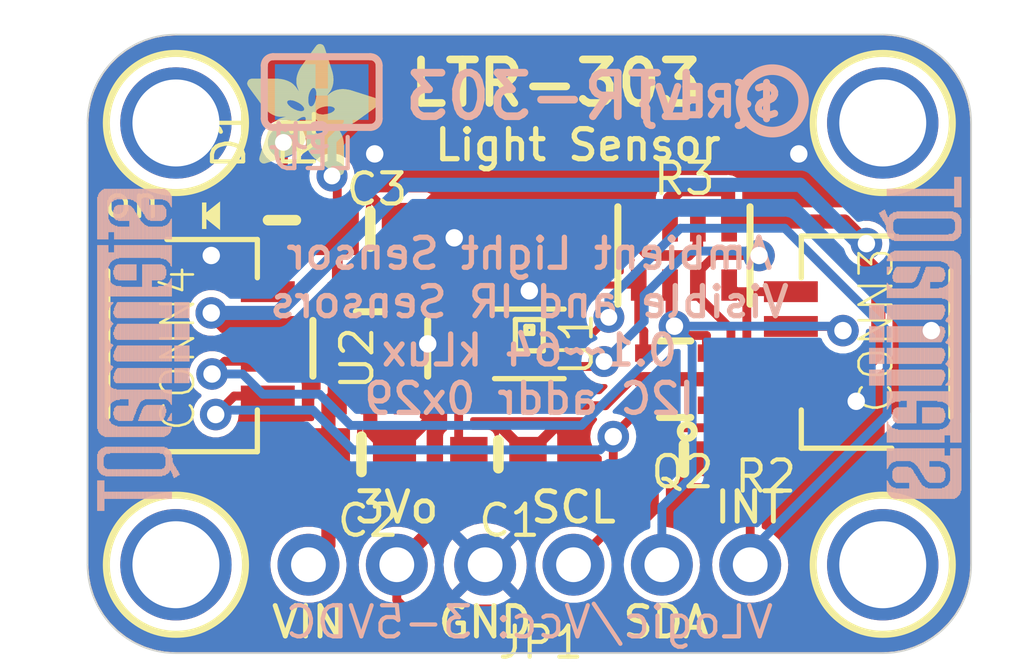
<source format=kicad_pcb>
(kicad_pcb (version 20221018) (generator pcbnew)
  (layers (0 "F.Cu" signal) (31 "B.Cu" signal) (34 "B.Paste" user) (35 "F.Paste" user) (36 "B.SilkS" user "B.Silkscreen") (37 "F.SilkS" user "F.Silkscreen") (38 "B.Mask" user) (39 "F.Mask" user) (44 "Edge.Cuts" user))
  (net 0 "")
  (net 1 "GND")
  (net 2 "SDA")
  (net 3 "SCL")
  (net 4 "SCL_3V")
  (net 5 "SDA_3V")
  (net 6 "3.3V")
  (net 7 "INT")
  (net 8 "VCC")
  (net 9 "N$1")
  (net 10 "N$2")
  (footprint "working:FIDUCIAL_1MM" (layer "F.Cu") (at 141.0081 109.0676)
    (fp_text reference "FID3" hide)
    (fp_text value "FIDUCIAL_1MM" hide)
    (pad "1" smd roundrect (at 0 0) (size 1 1) (layers "F.Cu" "F.Mask") (roundrect_rratio 0.5))
  )
  (footprint "working:0603-NO" (layer "F.Cu") (at 147.6121 108.1786)
    (fp_text reference "C1" (at -0.635 1.905) (layer "F.SilkS") (effects (font (size 0.896031 0.896031) (thickness 0.119969)) (justify left)))
    (fp_text value "0.1uF")
    (pad "1" smd rect (at -0.85 0) (size 1.075 1) (layers "F.Cu" "F.Paste" "F.Mask") (net 6 "3.3V"))
    (pad "2" smd rect (at 0.85 0) (size 1.075 1) (layers "F.Cu" "F.Paste" "F.Mask") (net 1 "GND"))
  )
  (footprint "working:FIDUCIAL_1MM" (layer "F.Cu") (at 155.3591 97.3836)
    (fp_text reference "FID4" hide)
    (fp_text value "FIDUCIAL_1MM" hide)
    (pad "1" smd roundrect (at 0 0) (size 1 1) (layers "F.Cu" "F.Mask") (roundrect_rratio 0.5))
  )
  (footprint "working:LTR390" (layer "F.Cu") (at 148.5011 105.0036 -90)
    (fp_text reference "U1" (at -0.973 -1.356 90) (layer "F.SilkS") (effects (font (size 0.90871 0.90871) (thickness 0.10729)) (justify right)))
    (fp_text value "LTR_303")
    (pad "1" smd rect (at -0.65 0.9 90) (size 0.3 0.65) (layers "F.Cu" "F.Paste" "F.Mask") (net 6 "3.3V"))
    (pad "2" smd rect (at 0 0.9 90) (size 0.3 0.65) (layers "F.Cu" "F.Paste" "F.Mask"))
    (pad "3" smd rect (at 0.65 0.9 90) (size 0.3 0.65) (layers "F.Cu" "F.Paste" "F.Mask") (net 1 "GND"))
    (pad "4" smd rect (at 0.65 -0.9 90) (size 0.3 0.65) (layers "F.Cu" "F.Paste" "F.Mask") (net 4 "SCL_3V"))
    (pad "5" smd rect (at 0 -0.9 90) (size 0.3 0.65) (layers "F.Cu" "F.Paste" "F.Mask") (net 7 "INT"))
    (pad "6" smd rect (at -0.65 -0.9 90) (size 0.3 0.65) (layers "F.Cu" "F.Paste" "F.Mask") (net 5 "SDA_3V"))
  )
  (footprint "working:0805-NO" (layer "F.Cu") (at 143.6751 108.1786)
    (fp_text reference "C2" (at -0.762 1.905) (layer "F.SilkS") (effects (font (size 0.896031 0.896031) (thickness 0.119969)) (justify left)))
    (fp_text value "10uF")
    (pad "1" smd rect (at -0.95 0) (size 1.24 1.5) (layers "F.Cu" "F.Paste" "F.Mask") (net 8 "VCC"))
    (pad "2" smd rect (at 0.95 0) (size 1.24 1.5) (layers "F.Cu" "F.Paste" "F.Mask") (net 1 "GND"))
  )
  (footprint "working:ADAFRUIT_3.5MM" (layer "F.Cu") (at 140.3731 100.1776)
    (fp_text reference "U$22" hide)
    (fp_text value "" hide)
  )
  (footprint "working:CHIPLED_0603_NOOUTLINE" (layer "F.Cu") (at 139.3571 101.3206)
    (fp_text reference "D1" (at 0.508 -1.27 90) (layer "F.SilkS") (effects (font (size 0.896031 0.896031) (thickness 0.119969)) (justify left)))
    (fp_text value "GREEN")
    (pad "A" smd rect (at 0.75 0 90) (size 0.8 0.8) (layers "F.Cu" "F.Paste" "F.Mask") (net 9 "N$1"))
    (pad "C" smd rect (at -0.75 0 90) (size 0.8 0.8) (layers "F.Cu" "F.Paste" "F.Mask") (net 1 "GND"))
  )
  (footprint "working:0603-NO" (layer "F.Cu") (at 152.9461 108.3056)
    (fp_text reference "R2" (at 1.397 0.508) (layer "F.SilkS") (effects (font (size 0.896031 0.896031) (thickness 0.119969)) (justify left)))
    (fp_text value "10K")
    (pad "1" smd rect (at -0.85 0) (size 1.075 1) (layers "F.Cu" "F.Paste" "F.Mask") (net 6 "3.3V"))
    (pad "2" smd rect (at 0.85 0) (size 1.075 1) (layers "F.Cu" "F.Paste" "F.Mask") (net 7 "INT"))
  )
  (footprint "working:JST_SH4" (layer "F.Cu") (at 138.9761 105.0036 -90)
    (fp_text reference "CONN4" (at -2.314 0.577 90) (layer "F.SilkS") (effects (font (size 0.941222 0.941222) (thickness 0.074778)) (justify right)))
    (fp_text value "STEMMA_I2C_QT" hide)
    (pad "1" smd rect (at -1.5 -2.006) (size 1.55 0.6) (layers "F.Cu" "F.Paste" "F.Mask") (net 1 "GND"))
    (pad "2" smd rect (at -0.5 -2.006) (size 1.55 0.6) (layers "F.Cu" "F.Paste" "F.Mask") (net 8 "VCC"))
    (pad "3" smd rect (at 0.5 -2.006) (size 1.55 0.6) (layers "F.Cu" "F.Paste" "F.Mask") (net 2 "SDA"))
    (pad "4" smd rect (at 1.5 -2.006) (size 1.55 0.6) (layers "F.Cu" "F.Paste" "F.Mask") (net 3 "SCL"))
    (pad "MT1" smd rect (at -2.8 1.894) (size 1.8 1.2) (layers "F.Cu" "F.Paste" "F.Mask") (net 1 "GND"))
    (pad "MT2" smd rect (at 2.8 1.894) (size 1.8 1.2) (layers "F.Cu" "F.Paste" "F.Mask") (net 1 "GND"))
  )
  (footprint "working:0805-NO" (layer "F.Cu") (at 143.9291 101.7016)
    (fp_text reference "C3" (at -0.762 -1.143) (layer "F.SilkS") (effects (font (size 0.896031 0.896031) (thickness 0.119969)) (justify left)))
    (fp_text value "10uF")
    (pad "1" smd rect (at -0.95 0) (size 1.24 1.5) (layers "F.Cu" "F.Paste" "F.Mask") (net 6 "3.3V"))
    (pad "2" smd rect (at 0.95 0) (size 1.24 1.5) (layers "F.Cu" "F.Paste" "F.Mask") (net 1 "GND"))
  )
  (footprint "working:SOT363" (layer "F.Cu") (at 152.6921 106.0196)
    (fp_text reference "Q2" (at -0.762 2.667) (layer "F.SilkS") (effects (font (size 0.896031 0.896031) (thickness 0.119969)) (justify left)))
    (fp_text value "BSS138")
    (pad "1" smd rect (at 0.9 0.75 90) (size 0.5 0.5) (layers "F.Cu" "F.Paste" "F.Mask") (net 4 "SCL_3V"))
    (pad "2" smd rect (at 0.9 0 90) (size 0.4 0.5) (layers "F.Cu" "F.Paste" "F.Mask") (net 6 "3.3V"))
    (pad "3" smd rect (at 0.9 -0.75 90) (size 0.5 0.5) (layers "F.Cu" "F.Paste" "F.Mask") (net 2 "SDA"))
    (pad "4" smd rect (at -0.9 -0.75 90) (size 0.5 0.5) (layers "F.Cu" "F.Paste" "F.Mask") (net 5 "SDA_3V"))
    (pad "5" smd rect (at -0.9 0 90) (size 0.4 0.5) (layers "F.Cu" "F.Paste" "F.Mask") (net 6 "3.3V"))
    (pad "6" smd rect (at -0.9 0.75 90) (size 0.5 0.5) (layers "F.Cu" "F.Paste" "F.Mask") (net 3 "SCL"))
  )
  (footprint "working:RESPACK_4X0603" (layer "F.Cu") (at 152.9461 102.4636 180)
    (fp_text reference "R3" (at -0.965 2.21) (layer "F.SilkS") (effects (font (size 0.896031 0.896031) (thickness 0.119969)) (justify right)))
    (fp_text value "10K Pack")
    (pad "1" smd rect (at -1.3 0.85 180) (size 0.45 0.9) (layers "F.Cu" "F.Paste" "F.Mask") (net 8 "VCC"))
    (pad "2" smd rect (at -0.4 0.85 180) (size 0.45 0.9) (layers "F.Cu" "F.Paste" "F.Mask") (net 6 "3.3V"))
    (pad "3" smd rect (at 0.4 0.85 180) (size 0.45 0.9) (layers "F.Cu" "F.Paste" "F.Mask") (net 8 "VCC"))
    (pad "4" smd rect (at 1.3 0.85 180) (size 0.45 0.9) (layers "F.Cu" "F.Paste" "F.Mask") (net 6 "3.3V"))
    (pad "5" smd rect (at 1.3 -0.85 180) (size 0.45 0.9) (layers "F.Cu" "F.Paste" "F.Mask") (net 5 "SDA_3V"))
    (pad "6" smd rect (at 0.4 -0.85 180) (size 0.45 0.9) (layers "F.Cu" "F.Paste" "F.Mask") (net 2 "SDA"))
    (pad "7" smd rect (at -0.4 -0.85 180) (size 0.45 0.9) (layers "F.Cu" "F.Paste" "F.Mask") (net 4 "SCL_3V"))
    (pad "8" smd rect (at -1.3 -0.85 180) (size 0.45 0.9) (layers "F.Cu" "F.Paste" "F.Mask") (net 3 "SCL"))
  )
  (footprint "working:0603-NO" (layer "F.Cu") (at 141.3891 101.4476 -90)
    (fp_text reference "R1" (at -1.397 -0.508 90) (layer "F.SilkS") (effects (font (size 0.896031 0.896031) (thickness 0.119969)) (justify left)))
    (fp_text value "10K")
    (pad "1" smd rect (at -0.85 0 270) (size 1.075 1) (layers "F.Cu" "F.Paste" "F.Mask") (net 10 "N$2"))
    (pad "2" smd rect (at 0.85 0 270) (size 1.075 1) (layers "F.Cu" "F.Paste" "F.Mask") (net 9 "N$1"))
  )
  (footprint "working:MOUNTINGHOLE_2.5_PLATED" (layer "F.Cu") (at 138.3411 98.6536)
    (fp_text reference "U$1" hide)
    (fp_text value "MOUNTINGHOLE2.5" hide)
    (pad "P$1" thru_hole circle (at 0 0) (size 3.2 3.2) (drill 2.5) (layers "*.Cu" "*.Mask"))
    (zone (net 0) (net_name "") (layer "F.Cu") (connect_pads (clearance 0)) (min_thickness 0.25)
      (keepout (tracks not_allowed) (vias not_allowed) (pads not_allowed) (copperpour not_allowed) (footprints allowed))
      (fill (thermal_gap 0.5) (thermal_bridge_width 0.5))
      (polygon (pts (xy 140.3571 98.6536) (xy 140.33748 98.373027) (xy 140.279004 98.097915) (xy 140.182808 97.833619) (xy 140.050765 97.585283) (xy 139.885446 97.35774) (xy 139.690067 97.15542) (xy 139.468433 96.98226) (xy 139.224856 96.841631) (xy 138.964078 96.73627) (xy 138.691175 96.668228) (xy 138.411457 96.638828) (xy 138.130371 96.648644) (xy 137.853385 96.697484) (xy 137.585893 96.784397) (xy 137.3331 96.907693) (xy 137.099926 97.06497) (xy 136.890911 97.253169) (xy 136.710122 97.468625) (xy 136.561078 97.707145) (xy 136.44668 97.964087) (xy 136.369154 98.23445) (xy 136.330011 98.512971) (xy 136.330011 98.794229) (xy 136.369154 99.07275) (xy 136.44668 99.343113) (xy 136.561078 99.600055) (xy 136.710122 99.838575) (xy 136.890911 100.054031) (xy 137.099926 100.24223) (xy 137.3331 100.399507) (xy 137.585893 100.522803) (xy 137.853385 100.609716) (xy 138.130371 100.658556) (xy 138.411457 100.668372) (xy 138.691175 100.638972) (xy 138.964078 100.57093) (xy 139.224856 100.465569) (xy 139.468433 100.32494) (xy 139.690067 100.15178) (xy 139.885446 99.94946) (xy 140.050765 99.721917) (xy 140.182808 99.473581) (xy 140.279004 99.209285) (xy 140.33748 98.934173)))
      (polygon (pts (xy 138.3251 98.6536) (xy 138.329786 98.664914) (xy 138.3411 98.6696) (xy 138.352414 98.664914) (xy 138.3571 98.6536) (xy 138.352414 98.642286) (xy 138.3411 98.6376) (xy 138.329786 98.642286)))
    )
    (zone (net 0) (net_name "") (layer "B.Cu") (connect_pads (clearance 0)) (min_thickness 0.25)
      (keepout (tracks not_allowed) (vias not_allowed) (pads not_allowed) (copperpour not_allowed) (footprints allowed))
      (fill (thermal_gap 0.5) (thermal_bridge_width 0.5))
      (polygon (pts (xy 140.3571 98.6536) (xy 140.33748 98.373027) (xy 140.279004 98.097915) (xy 140.182808 97.833619) (xy 140.050765 97.585283) (xy 139.885446 97.35774) (xy 139.690067 97.15542) (xy 139.468433 96.98226) (xy 139.224856 96.841631) (xy 138.964078 96.73627) (xy 138.691175 96.668228) (xy 138.411457 96.638828) (xy 138.130371 96.648644) (xy 137.853385 96.697484) (xy 137.585893 96.784397) (xy 137.3331 96.907693) (xy 137.099926 97.06497) (xy 136.890911 97.253169) (xy 136.710122 97.468625) (xy 136.561078 97.707145) (xy 136.44668 97.964087) (xy 136.369154 98.23445) (xy 136.330011 98.512971) (xy 136.330011 98.794229) (xy 136.369154 99.07275) (xy 136.44668 99.343113) (xy 136.561078 99.600055) (xy 136.710122 99.838575) (xy 136.890911 100.054031) (xy 137.099926 100.24223) (xy 137.3331 100.399507) (xy 137.585893 100.522803) (xy 137.853385 100.609716) (xy 138.130371 100.658556) (xy 138.411457 100.668372) (xy 138.691175 100.638972) (xy 138.964078 100.57093) (xy 139.224856 100.465569) (xy 139.468433 100.32494) (xy 139.690067 100.15178) (xy 139.885446 99.94946) (xy 140.050765 99.721917) (xy 140.182808 99.473581) (xy 140.279004 99.209285) (xy 140.33748 98.934173)))
      (polygon (pts (xy 138.3251 98.6536) (xy 138.329786 98.664914) (xy 138.3411 98.6696) (xy 138.352414 98.664914) (xy 138.3571 98.6536) (xy 138.352414 98.642286) (xy 138.3411 98.6376) (xy 138.329786 98.642286)))
    )
  )
  (footprint "working:MOUNTINGHOLE_2.5_PLATED" (layer "F.Cu") (at 158.6611 98.6536)
    (fp_text reference "U$17" hide)
    (fp_text value "MOUNTINGHOLE2.5" hide)
    (pad "P$1" thru_hole circle (at 0 0) (size 3.2 3.2) (drill 2.5) (layers "*.Cu" "*.Mask"))
    (zone (net 0) (net_name "") (layer "F.Cu") (connect_pads (clearance 0)) (min_thickness 0.25)
      (keepout (tracks not_allowed) (vias not_allowed) (pads not_allowed) (copperpour not_allowed) (footprints allowed))
      (fill (thermal_gap 0.5) (thermal_bridge_width 0.5))
      (polygon (pts (xy 160.6771 98.6536) (xy 160.65748 98.373027) (xy 160.599004 98.097915) (xy 160.502808 97.833619) (xy 160.370765 97.585283) (xy 160.205446 97.35774) (xy 160.010067 97.15542) (xy 159.788433 96.98226) (xy 159.544856 96.841631) (xy 159.284078 96.73627) (xy 159.011175 96.668228) (xy 158.731457 96.638828) (xy 158.450371 96.648644) (xy 158.173385 96.697484) (xy 157.905893 96.784397) (xy 157.6531 96.907693) (xy 157.419926 97.06497) (xy 157.210911 97.253169) (xy 157.030122 97.468625) (xy 156.881078 97.707145) (xy 156.76668 97.964087) (xy 156.689154 98.23445) (xy 156.650011 98.512971) (xy 156.650011 98.794229) (xy 156.689154 99.07275) (xy 156.76668 99.343113) (xy 156.881078 99.600055) (xy 157.030122 99.838575) (xy 157.210911 100.054031) (xy 157.419926 100.24223) (xy 157.6531 100.399507) (xy 157.905893 100.522803) (xy 158.173385 100.609716) (xy 158.450371 100.658556) (xy 158.731457 100.668372) (xy 159.011175 100.638972) (xy 159.284078 100.57093) (xy 159.544856 100.465569) (xy 159.788433 100.32494) (xy 160.010067 100.15178) (xy 160.205446 99.94946) (xy 160.370765 99.721917) (xy 160.502808 99.473581) (xy 160.599004 99.209285) (xy 160.65748 98.934173)))
      (polygon (pts (xy 158.6451 98.6536) (xy 158.649786 98.664914) (xy 158.6611 98.6696) (xy 158.672414 98.664914) (xy 158.6771 98.6536) (xy 158.672414 98.642286) (xy 158.6611 98.6376) (xy 158.649786 98.642286)))
    )
    (zone (net 0) (net_name "") (layer "B.Cu") (connect_pads (clearance 0)) (min_thickness 0.25)
      (keepout (tracks not_allowed) (vias not_allowed) (pads not_allowed) (copperpour not_allowed) (footprints allowed))
      (fill (thermal_gap 0.5) (thermal_bridge_width 0.5))
      (polygon (pts (xy 160.6771 98.6536) (xy 160.65748 98.373027) (xy 160.599004 98.097915) (xy 160.502808 97.833619) (xy 160.370765 97.585283) (xy 160.205446 97.35774) (xy 160.010067 97.15542) (xy 159.788433 96.98226) (xy 159.544856 96.841631) (xy 159.284078 96.73627) (xy 159.011175 96.668228) (xy 158.731457 96.638828) (xy 158.450371 96.648644) (xy 158.173385 96.697484) (xy 157.905893 96.784397) (xy 157.6531 96.907693) (xy 157.419926 97.06497) (xy 157.210911 97.253169) (xy 157.030122 97.468625) (xy 156.881078 97.707145) (xy 156.76668 97.964087) (xy 156.689154 98.23445) (xy 156.650011 98.512971) (xy 156.650011 98.794229) (xy 156.689154 99.07275) (xy 156.76668 99.343113) (xy 156.881078 99.600055) (xy 157.030122 99.838575) (xy 157.210911 100.054031) (xy 157.419926 100.24223) (xy 157.6531 100.399507) (xy 157.905893 100.522803) (xy 158.173385 100.609716) (xy 158.450371 100.658556) (xy 158.731457 100.668372) (xy 159.011175 100.638972) (xy 159.284078 100.57093) (xy 159.544856 100.465569) (xy 159.788433 100.32494) (xy 160.010067 100.15178) (xy 160.205446 99.94946) (xy 160.370765 99.721917) (xy 160.502808 99.473581) (xy 160.599004 99.209285) (xy 160.65748 98.934173)))
      (polygon (pts (xy 158.6451 98.6536) (xy 158.649786 98.664914) (xy 158.6611 98.6696) (xy 158.672414 98.664914) (xy 158.6771 98.6536) (xy 158.672414 98.642286) (xy 158.6611 98.6376) (xy 158.649786 98.642286)))
    )
  )
  (footprint "working:1X06_ROUND_70" (layer "F.Cu") (at 148.5011 111.3536)
    (fp_text reference "JP1" (at -0.9652 2.2352) (layer "F.SilkS") (effects (font (size 0.896031 0.896031) (thickness 0.119969)) (justify left)))
    (fp_text value "")
    (pad "1" thru_hole circle (at -6.35 0 90) (size 1.778 1.778) (drill 1) (layers "*.Cu" "*.Mask") (net 8 "VCC"))
    (pad "2" thru_hole circle (at -3.81 0 90) (size 1.778 1.778) (drill 1) (layers "*.Cu" "*.Mask") (net 6 "3.3V"))
    (pad "3" thru_hole circle (at -1.27 0 90) (size 1.778 1.778) (drill 1) (layers "*.Cu" "*.Mask") (net 1 "GND"))
    (pad "4" thru_hole circle (at 1.27 0 90) (size 1.778 1.778) (drill 1) (layers "*.Cu" "*.Mask") (net 3 "SCL"))
    (pad "5" thru_hole circle (at 3.81 0 90) (size 1.778 1.778) (drill 1) (layers "*.Cu" "*.Mask") (net 2 "SDA"))
    (pad "6" thru_hole circle (at 6.35 0 90) (size 1.778 1.778) (drill 1) (layers "*.Cu" "*.Mask") (net 7 "INT"))
  )
  (footprint "working:SOT23-5" (layer "F.Cu") (at 143.9291 105.1306 -90)
    (fp_text reference "U2" (at -0.689 0.381 90) (layer "F.SilkS") (effects (font (size 0.896031 0.896031) (thickness 0.119969)) (justify right)))
    (fp_text value "AP2127K-3.3")
    (pad "1" smd rect (at 1.3001 0.95) (size 0.55 1.2) (layers "F.Cu" "F.Paste" "F.Mask") (net 8 "VCC"))
    (pad "2" smd rect (at 1.3001 0) (size 0.55 1.2) (layers "F.Cu" "F.Paste" "F.Mask") (net 1 "GND"))
    (pad "3" smd rect (at 1.3001 -0.95) (size 0.55 1.2) (layers "F.Cu" "F.Paste" "F.Mask") (net 8 "VCC"))
    (pad "4" smd rect (at -1.3001 -0.95) (size 0.55 1.2) (layers "F.Cu" "F.Paste" "F.Mask"))
    (pad "5" smd rect (at -1.3001 0.95) (size 0.55 1.2) (layers "F.Cu" "F.Paste" "F.Mask") (net 6 "3.3V"))
  )
  (footprint "working:JST_SH4" (layer "F.Cu") (at 158.0261 105.0036 90)
    (fp_text reference "CONN3" (at -2.06 0.45 90) (layer "F.SilkS") (effects (font (size 0.941222 0.941222) (thickness 0.074778)) (justify left)))
    (fp_text value "STEMMA_I2C_QT" hide)
    (pad "1" smd rect (at -1.5 -2.006 180) (size 1.55 0.6) (layers "F.Cu" "F.Paste" "F.Mask") (net 1 "GND"))
    (pad "2" smd rect (at -0.5 -2.006 180) (size 1.55 0.6) (layers "F.Cu" "F.Paste" "F.Mask") (net 8 "VCC"))
    (pad "3" smd rect (at 0.5 -2.006 180) (size 1.55 0.6) (layers "F.Cu" "F.Paste" "F.Mask") (net 2 "SDA"))
    (pad "4" smd rect (at 1.5 -2.006 180) (size 1.55 0.6) (layers "F.Cu" "F.Paste" "F.Mask") (net 3 "SCL"))
    (pad "MT1" smd rect (at -2.8 1.894 180) (size 1.8 1.2) (layers "F.Cu" "F.Paste" "F.Mask") (net 1 "GND"))
    (pad "MT2" smd rect (at 2.8 1.894 180) (size 1.8 1.2) (layers "F.Cu" "F.Paste" "F.Mask") (net 1 "GND"))
  )
  (footprint "working:MOUNTINGHOLE_2.5_PLATED" (layer "F.Cu") (at 138.3411 111.3536)
    (fp_text reference "U$19" hide)
    (fp_text value "MOUNTINGHOLE2.5" hide)
    (pad "P$1" thru_hole circle (at 0 0) (size 3.2 3.2) (drill 2.5) (layers "*.Cu" "*.Mask"))
    (zone (net 0) (net_name "") (layer "F.Cu") (connect_pads (clearance 0)) (min_thickness 0.25)
      (keepout (tracks not_allowed) (vias not_allowed) (pads not_allowed) (copperpour not_allowed) (footprints allowed))
      (fill (thermal_gap 0.5) (thermal_bridge_width 0.5))
      (polygon (pts (xy 140.3571 111.3536) (xy 140.33748 111.073027) (xy 140.279004 110.797915) (xy 140.182808 110.533619) (xy 140.050765 110.285283) (xy 139.885446 110.05774) (xy 139.690067 109.85542) (xy 139.468433 109.68226) (xy 139.224856 109.541631) (xy 138.964078 109.43627) (xy 138.691175 109.368228) (xy 138.411457 109.338828) (xy 138.130371 109.348644) (xy 137.853385 109.397484) (xy 137.585893 109.484397) (xy 137.3331 109.607693) (xy 137.099926 109.76497) (xy 136.890911 109.953169) (xy 136.710122 110.168625) (xy 136.561078 110.407145) (xy 136.44668 110.664087) (xy 136.369154 110.93445) (xy 136.330011 111.212971) (xy 136.330011 111.494229) (xy 136.369154 111.77275) (xy 136.44668 112.043113) (xy 136.561078 112.300055) (xy 136.710122 112.538575) (xy 136.890911 112.754031) (xy 137.099926 112.94223) (xy 137.3331 113.099507) (xy 137.585893 113.222803) (xy 137.853385 113.309716) (xy 138.130371 113.358556) (xy 138.411457 113.368372) (xy 138.691175 113.338972) (xy 138.964078 113.27093) (xy 139.224856 113.165569) (xy 139.468433 113.02494) (xy 139.690067 112.85178) (xy 139.885446 112.64946) (xy 140.050765 112.421917) (xy 140.182808 112.173581) (xy 140.279004 111.909285) (xy 140.33748 111.634173)))
      (polygon (pts (xy 138.3251 111.3536) (xy 138.329786 111.364914) (xy 138.3411 111.3696) (xy 138.352414 111.364914) (xy 138.3571 111.3536) (xy 138.352414 111.342286) (xy 138.3411 111.3376) (xy 138.329786 111.342286)))
    )
    (zone (net 0) (net_name "") (layer "B.Cu") (connect_pads (clearance 0)) (min_thickness 0.25)
      (keepout (tracks not_allowed) (vias not_allowed) (pads not_allowed) (copperpour not_allowed) (footprints allowed))
      (fill (thermal_gap 0.5) (thermal_bridge_width 0.5))
      (polygon (pts (xy 140.3571 111.3536) (xy 140.33748 111.073027) (xy 140.279004 110.797915) (xy 140.182808 110.533619) (xy 140.050765 110.285283) (xy 139.885446 110.05774) (xy 139.690067 109.85542) (xy 139.468433 109.68226) (xy 139.224856 109.541631) (xy 138.964078 109.43627) (xy 138.691175 109.368228) (xy 138.411457 109.338828) (xy 138.130371 109.348644) (xy 137.853385 109.397484) (xy 137.585893 109.484397) (xy 137.3331 109.607693) (xy 137.099926 109.76497) (xy 136.890911 109.953169) (xy 136.710122 110.168625) (xy 136.561078 110.407145) (xy 136.44668 110.664087) (xy 136.369154 110.93445) (xy 136.330011 111.212971) (xy 136.330011 111.494229) (xy 136.369154 111.77275) (xy 136.44668 112.043113) (xy 136.561078 112.300055) (xy 136.710122 112.538575) (xy 136.890911 112.754031) (xy 137.099926 112.94223) (xy 137.3331 113.099507) (xy 137.585893 113.222803) (xy 137.853385 113.309716) (xy 138.130371 113.358556) (xy 138.411457 113.368372) (xy 138.691175 113.338972) (xy 138.964078 113.27093) (xy 139.224856 113.165569) (xy 139.468433 113.02494) (xy 139.690067 112.85178) (xy 139.885446 112.64946) (xy 140.050765 112.421917) (xy 140.182808 112.173581) (xy 140.279004 111.909285) (xy 140.33748 111.634173)))
      (polygon (pts (xy 138.3251 111.3536) (xy 138.329786 111.364914) (xy 138.3411 111.3696) (xy 138.352414 111.364914) (xy 138.3571 111.3536) (xy 138.352414 111.342286) (xy 138.3411 111.3376) (xy 138.329786 111.342286)))
    )
  )
  (footprint "working:MOUNTINGHOLE_2.5_PLATED" (layer "F.Cu") (at 158.6611 111.3536)
    (fp_text reference "U$21" hide)
    (fp_text value "MOUNTINGHOLE2.5" hide)
    (pad "P$1" thru_hole circle (at 0 0) (size 3.2 3.2) (drill 2.5) (layers "*.Cu" "*.Mask"))
    (zone (net 0) (net_name "") (layer "F.Cu") (connect_pads (clearance 0)) (min_thickness 0.25)
      (keepout (tracks not_allowed) (vias not_allowed) (pads not_allowed) (copperpour not_allowed) (footprints allowed))
      (fill (thermal_gap 0.5) (thermal_bridge_width 0.5))
      (polygon (pts (xy 160.6771 111.3536) (xy 160.65748 111.073027) (xy 160.599004 110.797915) (xy 160.502808 110.533619) (xy 160.370765 110.285283) (xy 160.205446 110.05774) (xy 160.010067 109.85542) (xy 159.788433 109.68226) (xy 159.544856 109.541631) (xy 159.284078 109.43627) (xy 159.011175 109.368228) (xy 158.731457 109.338828) (xy 158.450371 109.348644) (xy 158.173385 109.397484) (xy 157.905893 109.484397) (xy 157.6531 109.607693) (xy 157.419926 109.76497) (xy 157.210911 109.953169) (xy 157.030122 110.168625) (xy 156.881078 110.407145) (xy 156.76668 110.664087) (xy 156.689154 110.93445) (xy 156.650011 111.212971) (xy 156.650011 111.494229) (xy 156.689154 111.77275) (xy 156.76668 112.043113) (xy 156.881078 112.300055) (xy 157.030122 112.538575) (xy 157.210911 112.754031) (xy 157.419926 112.94223) (xy 157.6531 113.099507) (xy 157.905893 113.222803) (xy 158.173385 113.309716) (xy 158.450371 113.358556) (xy 158.731457 113.368372) (xy 159.011175 113.338972) (xy 159.284078 113.27093) (xy 159.544856 113.165569) (xy 159.788433 113.02494) (xy 160.010067 112.85178) (xy 160.205446 112.64946) (xy 160.370765 112.421917) (xy 160.502808 112.173581) (xy 160.599004 111.909285) (xy 160.65748 111.634173)))
      (polygon (pts (xy 158.6451 111.3536) (xy 158.649786 111.364914) (xy 158.6611 111.3696) (xy 158.672414 111.364914) (xy 158.6771 111.3536) (xy 158.672414 111.342286) (xy 158.6611 111.3376) (xy 158.649786 111.342286)))
    )
    (zone (net 0) (net_name "") (layer "B.Cu") (connect_pads (clearance 0)) (min_thickness 0.25)
      (keepout (tracks not_allowed) (vias not_allowed) (pads not_allowed) (copperpour not_allowed) (footprints allowed))
      (fill (thermal_gap 0.5) (thermal_bridge_width 0.5))
      (polygon (pts (xy 160.6771 111.3536) (xy 160.65748 111.073027) (xy 160.599004 110.797915) (xy 160.502808 110.533619) (xy 160.370765 110.285283) (xy 160.205446 110.05774) (xy 160.010067 109.85542) (xy 159.788433 109.68226) (xy 159.544856 109.541631) (xy 159.284078 109.43627) (xy 159.011175 109.368228) (xy 158.731457 109.338828) (xy 158.450371 109.348644) (xy 158.173385 109.397484) (xy 157.905893 109.484397) (xy 157.6531 109.607693) (xy 157.419926 109.76497) (xy 157.210911 109.953169) (xy 157.030122 110.168625) (xy 156.881078 110.407145) (xy 156.76668 110.664087) (xy 156.689154 110.93445) (xy 156.650011 111.212971) (xy 156.650011 111.494229) (xy 156.689154 111.77275) (xy 156.76668 112.043113) (xy 156.881078 112.300055) (xy 157.030122 112.538575) (xy 157.210911 112.754031) (xy 157.419926 112.94223) (xy 157.6531 113.099507) (xy 157.905893 113.222803) (xy 158.173385 113.309716) (xy 158.450371 113.358556) (xy 158.731457 113.368372) (xy 159.011175 113.338972) (xy 159.284078 113.27093) (xy 159.544856 113.165569) (xy 159.788433 113.02494) (xy 160.010067 112.85178) (xy 160.205446 112.64946) (xy 160.370765 112.421917) (xy 160.502808 112.173581) (xy 160.599004 111.909285) (xy 160.65748 111.634173)))
      (polygon (pts (xy 158.6451 111.3536) (xy 158.649786 111.364914) (xy 158.6611 111.3696) (xy 158.672414 111.364914) (xy 158.6771 111.3536) (xy 158.672414 111.342286) (xy 158.6611 111.3376) (xy 158.649786 111.342286)))
    )
  )
  (footprint "working:STEMMAQT" (layer "B.Cu") (at 138.7221 100.5586 -90)
    (fp_text reference "U$31" hide)
    (fp_text value "" hide)
  )
  (footprint "working:STEMMAQT" (layer "B.Cu") (at 158.2801 109.4486 90)
    (fp_text reference "U$30" hide)
    (fp_text value "" hide)
  )
  (footprint "working:PCBFEAT-REV-040" (layer "B.Cu") (at 155.4861 98.0186 180)
    (fp_text reference "U$25" hide)
    (fp_text value "" hide)
    (fp_text user "${REV}" (at -0.3556 -0.508) (layer "B.SilkS") (effects (font (size 0.8128 0.8128) (thickness 0.2032)) (justify left bottom mirror)))
  )
  (footprint "working:SOLDERJUMPER_CLOSEDWIRE" (layer "B.Cu") (at 142.5321 97.7646)
    (fp_text reference "SJ1" (at -1.651 1.27) (layer "B.SilkS") (effects (font (size 0.692831 0.692831) (thickness 0.119969)) (justify right mirror)))
    (fp_text value "")
    (pad "1" smd rect (at -0.762 0) (size 1.1684 1.6002) (layers "B.Cu") (net 10 "N$2"))
    (pad "2" smd rect (at 0.762 0) (size 1.1684 1.6002) (layers "B.Cu") (net 6 "3.3V"))
    (pad "WIRE" smd rect (at 0 0 180) (size 0.635 0.2032) (layers "B.Cu"))
  )
  (gr_line (start 158.6611 96.1136) (end 138.3411 96.1136) (stroke (width 0.05)) (layer "Edge.Cuts"))
  (gr_arc (start 138.3411 113.8936) (mid 136.545049 113.149651) (end 135.8011 111.3536) (stroke (width 0.05)) (layer "Edge.Cuts"))
  (gr_line (start 161.2011 111.3536) (end 161.2011 98.6536) (stroke (width 0.05)) (layer "Edge.Cuts"))
  (gr_line (start 138.3411 113.8936) (end 158.6611 113.8936) (stroke (width 0.05)) (layer "Edge.Cuts"))
  (gr_line (start 135.8011 98.6536) (end 135.8011 111.3536) (stroke (width 0.05)) (layer "Edge.Cuts"))
  (gr_arc (start 135.8011 98.6536) (mid 136.545049 96.857549) (end 138.3411 96.1136) (stroke (width 0.05)) (layer "Edge.Cuts"))
  (gr_arc (start 161.2011 111.3536) (mid 160.457151 113.149651) (end 158.6611 113.8936) (stroke (width 0.05)) (layer "Edge.Cuts"))
  (gr_arc (start 158.6611 96.1136) (mid 160.457151 96.857549) (end 161.2011 98.6536) (stroke (width 0.05)) (layer "Edge.Cuts"))
  (gr_text "LTR-303" (at 149.1361 97.8916) (layer "B.SilkS") (effects (font (size 1.25222 1.25222) (thickness 0.22098)) (justify mirror)))
  (gr_text "VLogic/Vcc: 3-5VDC" (at 148.5011 113.0046) (layer "B.SilkS") (effects (font (size 0.89408 0.89408) (thickness 0.12192)) (justify mirror)))
  (gr_text "LED" (at 142.2781 99.5426) (layer "B.SilkS") (effects (font (size 0.89408 0.89408) (thickness 0.12192)) (justify mirror)))
  (gr_text "Ambient Light Sensor\nVisible and IR Sensors\n0.1~~64 kLux\nI2C addr 0x29" (at 148.5011 104.4956) (layer "B.SilkS") (effects (font (size 0.8636 0.8636) (thickness 0.1524)) (justify mirror)))
  (gr_text "Light Sensor" (at 149.8981 99.2886) (layer "F.SilkS") (effects (font (size 0.8636 0.8636) (thickness 0.1524))))
  (gr_text "SCL" (at 149.7711 109.7026) (layer "F.SilkS") (effects (font (size 0.87376 0.87376) (thickness 0.14224))))
  (gr_text "GND" (at 147.2311 113.0046) (layer "F.SilkS") (effects (font (size 0.87376 0.87376) (thickness 0.14224))))
  (gr_text "3Vo" (at 144.6911 109.7026) (layer "F.SilkS") (effects (font (size 0.87376 0.87376) (thickness 0.14224))))
  (gr_text "INT" (at 154.8511 109.7026) (layer "F.SilkS") (effects (font (size 0.87376 0.87376) (thickness 0.14224))))
  (gr_text "on" (at 136.1821 101.4476) (layer "F.SilkS") (effects (font (size 0.89408 0.89408) (thickness 0.12192)) (justify left bottom)))
  (gr_text "VIN" (at 142.1511 113.0046) (layer "F.SilkS") (effects (font (size 0.87376 0.87376) (thickness 0.14224))))
  (gr_text "LTR-303" (at 149.2631 97.5106) (layer "F.SilkS") (effects (font (size 1.25222 1.25222) (thickness 0.22098))))
  (gr_text "SDA" (at 152.4381 113.0046) (layer "F.SilkS") (effects (font (size 0.87376 0.87376) (thickness 0.14224))))
  (segment (start 138.6071 101.3206) (end 139.1057 100.822) (width 0.3048) (layer "F.Cu") (net 1))
  (segment (start 143.9291 106.4307) (end 143.9291 107.4826) (width 0.4064) (layer "F.Cu") (net 1))
  (segment (start 139.239281 100.822) (end 139.62039 100.440891) (width 0.3048) (layer "F.Cu") (net 1))
  (segment (start 144.6251 108.1786) (end 143.9291 107.4826) (width 0.4064) (layer "F.Cu") (net 1))
  (segment (start 140.3971 103.5036) (end 139.3571 102.4636) (width 0.4064) (layer "F.Cu") (net 1))
  (segment (start 139.1057 100.822) (end 139.239281 100.822) (width 0.3048) (layer "F.Cu") (net 1))
  (segment (start 140.9821 103.5036) (end 140.3971 103.5036) (width 0.4064) (layer "F.Cu") (net 1))
  (via (at 145.5801 105.0036) (size 0.9064) (drill 0.5) (layers "F.Cu" "B.Cu") (net 1))
  (via (at 156.2481 99.5426) (size 0.9064) (drill 0.5) (layers "F.Cu" "B.Cu") (net 1))
  (via (at 139.3571 102.4636) (size 0.9064) (drill 0.5) (layers "F.Cu" "B.Cu") (net 1))
  (via (at 160.0581 104.6226) (size 0.9064) (drill 0.5) (layers "F.Cu" "B.Cu") (net 1))
  (via (at 148.5011 103.4796) (size 0.9064) (drill 0.5) (layers "F.Cu" "B.Cu") (net 1))
  (via (at 144.0561 99.5426) (size 0.9064) (drill 0.5) (layers "F.Cu" "B.Cu") (net 1))
  (via (at 146.3421 101.9556) (size 0.9064) (drill 0.5) (layers "F.Cu" "B.Cu") (net 1))
  (via (at 157.8991 106.6546) (size 0.9064) (drill 0.5) (layers "F.Cu" "B.Cu") (net 1))
  (segment (start 152.6731 104.3296) (end 152.6731 104.4956) (width 0.254) (layer "F.Cu") (net 2))
  (segment (start 152.5461 103.3136) (end 152.5461 104.2026) (width 0.254) (layer "F.Cu") (net 2))
  (segment (start 153.5921 104.7616) (end 152.6731 104.7616) (width 0.254) (layer "F.Cu") (net 2))
  (segment (start 157.3991 104.5036) (end 157.5181 104.6226) (width 0.254) (layer "F.Cu") (net 2))
  (segment (start 152.6731 104.3296) (end 152.5461 104.2026) (width 0.254) (layer "F.Cu") (net 2))
  (segment (start 152.6731 104.4956) (end 152.6731 104.7616) (width 0.254) (layer "F.Cu") (net 2))
  (segment (start 140.9821 105.5036) (end 139.7461 105.5036) (width 0.254) (layer "F.Cu") (net 2))
  (segment (start 156.0201 104.5036) (end 157.3991 104.5036) (width 0.254) (layer "F.Cu") (net 2))
  (segment (start 153.5921 104.7616) (end 153.5921 105.2696) (width 0.254) (layer "F.Cu") (net 2))
  (segment (start 139.7461 105.5036) (end 139.379706 105.869994) (width 0.254) (layer "F.Cu") (net 2))
  (via (at 152.6731 104.4956) (size 0.9064) (drill 0.5) (layers "F.Cu" "B.Cu") (net 2))
  (via (at 157.5181 104.6226) (size 0.9064) (drill 0.5) (layers "F.Cu" "B.Cu") (net 2))
  (via (at 139.379706 105.869994) (size 0.9064) (drill 0.5) (layers "F.Cu" "B.Cu") (net 2))
  (segment (start 153.1811 108.8136) (end 153.1811 105.0036) (width 0.254) (layer "B.Cu") (net 2))
  (segment (start 140.258237 105.869994) (end 140.839643 106.4514) (width 0.254) (layer "B.Cu") (net 2))
  (segment (start 153.1811 105.0036) (end 152.6731 104.4956) (width 0.254) (layer "B.Cu") (net 2))
  (segment (start 140.839643 106.4514) (end 142.467481 106.4514) (width 0.254) (layer "B.Cu") (net 2))
  (segment (start 152.7486 104.6012) (end 152.6731 104.6012) (width 0.254) (layer "B.Cu") (net 2))
  (segment (start 143.36339 107.34731) (end 150.00249 107.34731) (width 0.254) (layer "B.Cu") (net 2))
  (segment (start 139.379706 105.869994) (end 140.258237 105.869994) (width 0.254) (layer "B.Cu") (net 2))
  (segment (start 157.3911 104.4956) (end 152.6731 104.4956) (width 0.254) (layer "B.Cu") (net 2))
  (segment (start 142.467481 106.4514) (end 143.36339 107.34731) (width 0.254) (layer "B.Cu") (net 2))
  (segment (start 152.3111 109.6836) (end 153.1811 108.8136) (width 0.254) (layer "B.Cu") (net 2))
  (segment (start 152.6731 104.4956) (end 152.6731 104.6012) (width 0.254) (layer "B.Cu") (net 2))
  (segment (start 157.5181 104.6226) (end 157.3911 104.4956) (width 0.254) (layer "B.Cu") (net 2))
  (segment (start 150.00249 107.34731) (end 152.7486 104.6012) (width 0.254) (layer "B.Cu") (net 2))
  (segment (start 152.3111 109.6836) (end 152.3111 111.3536) (width 0.254) (layer "B.Cu") (net 2))
  (segment (start 140.0161 106.5036) (end 139.4841 107.0356) (width 0.254) (layer "F.Cu") (net 3))
  (segment (start 151.7921 106.7696) (end 151.7916 106.7701) (width 0.254) (layer "F.Cu") (net 3))
  (segment (start 154.4361 103.5036) (end 154.2461 103.3136) (width 0.254) (layer "F.Cu") (net 3))
  (segment (start 156.0201 103.5036) (end 154.4361 103.5036) (width 0.254) (layer "F.Cu") (net 3))
  (segment (start 154.2461 103.3136) (end 154.7541 103.8216) (width 0.254) (layer "F.Cu") (net 3))
  (segment (start 140.9821 106.5036) (end 140.0161 106.5036) (width 0.254) (layer "F.Cu") (net 3))
  (segment (start 150.9141 107.6706) (end 150.9141 107.6476) (width 0.254) (layer "F.Cu") (net 3))
  (segment (start 151.7921 106.7696) (end 150.9141 107.6476) (width 0.254) (layer "F.Cu") (net 3))
  (segment (start 150.9141 107.6706) (end 150.9141 110.2106) (width 0.254) (layer "F.Cu") (net 3))
  (segment (start 154.7541 107.1326) (end 154.4701 107.4166) (width 0.254) (layer "F.Cu") (net 3))
  (segment (start 150.9141 110.2106) (end 149.7711 111.3536) (width 0.254) (layer "F.Cu") (net 3))
  (segment (start 151.7916 106.8971) (end 151.7916 106.7701) (width 0.254) (layer "F.Cu") (net 3))
  (segment (start 154.7541 103.8216) (end 154.7541 107.1326) (width 0.254) (layer "F.Cu") (net 3))
  (segment (start 152.3111 107.4166) (end 151.7916 106.8971) (width 0.254) (layer "F.Cu") (net 3))
  (segment (start 154.4701 107.4166) (end 152.3111 107.4166) (width 0.254) (layer "F.Cu") (net 3))
  (via (at 139.4841 107.0356) (size 0.9064) (drill 0.5) (layers "F.Cu" "B.Cu") (net 3))
  (via (at 150.9141 107.6706) (size 0.9064) (drill 0.5) (layers "F.Cu" "B.Cu") (net 3))
  (segment (start 150.5331 108.0516) (end 150.9141 107.6706) (width 0.254) (layer "B.Cu") (net 3))
  (segment (start 143.4211 108.0516) (end 142.2781 106.9086) (width 0.254) (layer "B.Cu") (net 3))
  (segment (start 150.5331 108.0516) (end 143.4211 108.0516) (width 0.254) (layer "B.Cu") (net 3))
  (segment (start 142.2781 106.9086) (end 139.6111 106.9086) (width 0.254) (layer "B.Cu") (net 3))
  (segment (start 139.4841 107.0356) (end 139.6111 106.9086) (width 0.254) (layer "B.Cu") (net 3))
  (segment (start 153.8351 102.4636) (end 155.1051 102.4636) (width 0.254) (layer "F.Cu") (net 4))
  (segment (start 150.5054 105.6536) (end 149.4011 105.6536) (width 0.254) (layer "F.Cu") (net 4))
  (segment (start 153.5921 106.7696) (end 153.9159 106.7696) (width 0.254) (layer "F.Cu") (net 4))
  (segment (start 153.3461 103.3136) (end 153.3461 103.6256) (width 0.254) (layer "F.Cu") (net 4))
  (segment (start 154.2969 104.5764) (end 154.2969 106.3886) (width 0.254) (layer "F.Cu") (net 4))
  (segment (start 153.3461 103.3136) (end 153.3461 102.9526) (width 0.254) (layer "F.Cu") (net 4))
  (segment (start 153.3461 102.9526) (end 153.8351 102.4636) (width 0.254) (layer "F.Cu") (net 4))
  (segment (start 153.3461 103.6256) (end 154.2969 104.5764) (width 0.254) (layer "F.Cu") (net 4))
  (segment (start 150.6474 105.5116) (end 150.5054 105.6536) (width 0.254) (layer "F.Cu") (net 4))
  (segment (start 154.2969 106.3886) (end 153.9159 106.7696) (width 0.254) (layer "F.Cu") (net 4))
  (via (at 155.1051 102.4636) (size 0.9064) (drill 0.5) (layers "F.Cu" "B.Cu") (net 4))
  (via (at 150.6474 105.5116) (size 0.889) (drill 0.4826) (layers "F.Cu" "B.Cu") (net 4))
  (segment (start 154.9781 102.3366) (end 153.0731 102.3366) (width 0.254) (layer "B.Cu") (net 4))
  (segment (start 154.9781 102.3366) (end 155.1051 102.4636) (width 0.254) (layer "B.Cu") (net 4))
  (segment (start 151.8031 103.6066) (end 151.8031 104.3559) (width 0.254) (layer "B.Cu") (net 4))
  (segment (start 153.0731 102.3366) (end 151.8031 103.6066) (width 0.254) (layer "B.Cu") (net 4))
  (segment (start 150.6474 105.5116) (end 151.8031 104.3559) (width 0.254) (layer "B.Cu") (net 4))
  (segment (start 151.6461 103.3136) (end 150.5721 103.3136) (width 0.2032) (layer "F.Cu") (net 5))
  (segment (start 151.7921 105.2696) (end 151.7921 104.6346) (width 0.254) (layer "F.Cu") (net 5))
  (segment (start 149.4011 104.3536) (end 149.5321 104.3536) (width 0.254) (layer "F.Cu") (net 5))
  (segment (start 151.6461 104.4886) (end 151.6461 103.3136) (width 0.254) (layer "F.Cu") (net 5))
  (segment (start 151.7921 104.6346) (end 151.6461 104.4886) (width 0.254) (layer "F.Cu") (net 5))
  (segment (start 149.5321 104.3536) (end 150.5721 103.3136) (width 0.2032) (layer "F.Cu") (net 5))
  (segment (start 151.6461 102.1796) (end 151.6461 101.6136) (width 0.3048) (layer "F.Cu") (net 6))
  (segment (start 152.0961 108.3056) (end 152.0961 109.7906) (width 0.254) (layer "F.Cu") (net 6))
  (segment (start 151.448125 106.0196) (end 150.686125 106.7816) (width 0.254) (layer "F.Cu") (net 6))
  (segment (start 150.686125 106.7816) (end 146.4691 106.7816) (width 0.254) (layer "F.Cu") (net 6))
  (segment (start 142.9791 100.3285) (end 142.8282 100.1776) (width 0.254) (layer "F.Cu") (net 6))
  (segment (start 153.3461 102.1906) (end 153.0731 102.4636) (width 0.3048) (layer "F.Cu") (net 6))
  (segment (start 146.7621 108.1786) (end 146.4691 107.8856) (width 0.254) (layer "F.Cu") (net 6))
  (segment (start 150.9903 111.858613) (end 150.225312 112.6236) (width 0.254) (layer "F.Cu") (net 6))
  (segment (start 146.4691 106.7816) (end 146.4691 104.3686) (width 0.254) (layer "F.Cu") (net 6))
  (segment (start 146.7621 109.2826) (end 144.6911 111.3536) (width 0.4064) (layer "F.Cu") (net 6))
  (segment (start 148.5011 101.5746) (end 151.6071 101.5746) (width 0.254) (layer "F.Cu") (net 6))
  (segment (start 144.6911 112.3696) (end 144.6911 111.3536) (width 0.254) (layer "F.Cu") (net 6))
  (segment (start 146.4691 107.8856) (end 146.4691 106.7816) (width 0.254) (layer "F.Cu") (net 6))
  (segment (start 150.9903 110.8964) (end 150.9903 111.858613) (width 0.254) (layer "F.Cu") (net 6))
  (segment (start 151.9301 102.4636) (end 151.6461 102.1796) (width 0.3048) (layer "F.Cu") (net 6))
  (segment (start 153.0731 102.4636) (end 151.9301 102.4636) (width 0.3048) (layer "F.Cu") (net 6))
  (segment (start 151.6071 101.5746) (end 151.6461 101.6136) (width 0.254) (layer "F.Cu") (net 6))
  (segment (start 142.9791 103.8305) (end 143.965 102.8446) (width 0.254) (layer "F.Cu") (net 6))
  (segment (start 152.0961 109.7906) (end 150.9903 110.8964) (width 0.254) (layer "F.Cu") (net 6))
  (segment (start 143.965 102.8446) (end 145.8341 102.8446) (width 0.254) (layer "F.Cu") (net 6))
  (segment (start 150.225312 112.6236) (end 144.9451 112.6236) (width 0.254) (layer "F.Cu") (net 6))
  (segment (start 146.4691 103.6066) (end 146.5326 103.5431) (width 0.254) (layer "F.Cu") (net 6))
  (segment (start 145.8341 102.8446) (end 146.5326 103.5431) (width 0.254) (layer "F.Cu") (net 6))
  (segment (start 146.4691 103.6066) (end 146.4691 104.3686) (width 0.254) (layer "F.Cu") (net 6))
  (segment (start 144.9451 112.6236) (end 144.6911 112.3696) (width 0.254) (layer "F.Cu") (net 6))
  (segment (start 147.5861 104.3686) (end 147.6011 104.3536) (width 0.254) (layer "F.Cu") (net 6))
  (segment (start 146.5326 103.5431) (end 148.5011 101.5746) (width 0.254) (layer "F.Cu") (net 6))
  (segment (start 142.9791 101.7016) (end 142.9791 100.3285) (width 0.254) (layer "F.Cu") (net 6))
  (segment (start 151.7921 106.0196) (end 151.448125 106.0196) (width 0.254) (layer "F.Cu") (net 6))
  (segment (start 146.7621 108.1786) (end 146.7621 109.2826) (width 0.4064) (layer "F.Cu") (net 6))
  (segment (start 146.4691 104.3686) (end 147.5861 104.3686) (width 0.254) (layer "F.Cu") (net 6))
  (segment (start 153.3461 101.6136) (end 153.3461 102.1906) (width 0.3048) (layer "F.Cu") (net 6))
  (segment (start 151.7921 106.0196) (end 153.5921 106.0196) (width 0.4064) (layer "F.Cu") (net 6))
  (segment (start 142.9791 103.8305) (end 142.9791 101.7016) (width 0.3048) (layer "F.Cu") (net 6))
  (via (at 142.8282 100.1776) (size 0.889) (drill 0.4826) (layers "F.Cu" "B.Cu") (net 6))
  (segment (start 142.8282 99.1546) (end 142.8282 100.1776) (width 0.254) (layer "B.Cu") (net 6))
  (segment (start 143.2941 98.6887) (end 142.8282 99.1546) (width 0.254) (layer "B.Cu") (net 6))
  (segment (start 143.2941 97.7646) (end 143.2941 98.6887) (width 0.254) (layer "B.Cu") (net 6))
  (segment (start 150.0251 105.0036) (end 149.4011 105.0036) (width 0.2032) (layer "F.Cu") (net 7))
  (segment (start 153.7961 108.3056) (end 154.8511 109.3606) (width 0.254) (layer "F.Cu") (net 7))
  (segment (start 154.8511 109.3606) (end 154.8511 111.3536) (width 0.254) (layer "F.Cu") (net 7))
  (segment (start 150.7871 104.2416) (end 150.0251 105.0036) (width 0.2032) (layer "F.Cu") (net 7))
  (via (at 150.7871 104.2416) (size 0.889) (drill 0.4826) (layers "F.Cu" "B.Cu") (net 7))
  (segment (start 158.7881 107.0356) (end 154.8511 110.9726) (width 0.254) (layer "B.Cu") (net 7))
  (segment (start 154.8511 110.9726) (end 154.8511 111.3536) (width 0.254) (layer "B.Cu") (net 7))
  (segment (start 152.8405 101.6802) (end 150.7871 103.7336) (width 0.254) (layer "B.Cu") (net 7))
  (segment (start 155.8457 101.6802) (end 158.7881 104.6226) (width 0.254) (layer "B.Cu") (net 7))
  (segment (start 158.7881 104.6226) (end 158.7881 107.0356) (width 0.254) (layer "B.Cu") (net 7))
  (segment (start 152.8405 101.6802) (end 155.8457 101.6802) (width 0.254) (layer "B.Cu") (net 7))
  (segment (start 150.7871 104.2416) (end 150.7871 103.7336) (width 0.254) (layer "B.Cu") (net 7))
  (segment (start 154.2461 101.6136) (end 154.3731 101.4866) (width 0.4064) (layer "F.Cu") (net 8))
  (segment (start 152.5461 100.8316) (end 152.8191 100.5586) (width 0.4064) (layer "F.Cu") (net 8))
  (segment (start 154.2161 101.5836) (end 154.2461 101.6136) (width 0.4064) (layer "F.Cu") (net 8))
  (segment (start 158.2881 105.5036) (end 158.5341 105.2576) (width 0.4064) (layer "F.Cu") (net 8))
  (segment (start 158.5341 102.9716) (end 158.1921 102.6296) (width 0.4064) (layer "F.Cu") (net 8))
  (segment (start 144.8791 105.699597) (end 144.8791 106.4307) (width 0.4064) (layer "F.Cu") (net 8))
  (segment (start 142.9791 105.4456) (end 142.9791 106.4307) (width 0.4064) (layer "F.Cu") (net 8))
  (segment (start 152.8191 100.5586) (end 154.2161 100.5586) (width 0.4064) (layer "F.Cu") (net 8))
  (segment (start 140.9821 104.5036) (end 142.0371 104.5036) (width 0.4064) (layer "F.Cu") (net 8))
  (segment (start 158.1921 102.6296) (end 158.1921 102.1216) (width 0.4064) (layer "F.Cu") (net 8))
  (segment (start 158.1921 102.1216) (end 157.5571 101.4866) (width 0.4064) (layer "F.Cu") (net 8))
  (segment (start 154.2161 100.5586) (end 154.2161 101.5836) (width 0.4064) (layer "F.Cu") (net 8))
  (segment (start 152.5461 101.6136) (end 152.5461 100.8316) (width 0.4064) (layer "F.Cu") (net 8))
  (segment (start 144.310103 105.1306) (end 144.8791 105.699597) (width 0.4064) (layer "F.Cu") (net 8))
  (segment (start 140.9821 104.5036) (end 139.7461 104.5036) (width 0.4064) (layer "F.Cu") (net 8))
  (segment (start 142.1511 111.3536) (end 142.7251 110.7796) (width 0.4064) (layer "F.Cu") (net 8))
  (segment (start 143.2941 105.1306) (end 144.310103 105.1306) (width 0.4064) (layer "F.Cu") (net 8))
  (segment (start 158.5341 105.2576) (end 158.5341 102.9716) (width 0.4064) (layer "F.Cu") (net 8))
  (segment (start 142.9791 105.4456) (end 143.2941 105.1306) (width 0.4064) (layer "F.Cu") (net 8))
  (segment (start 142.9791 106.4307) (end 142.7251 106.6847) (width 0.4064) (layer "F.Cu") (net 8))
  (segment (start 142.7251 106.6847) (end 142.7251 108.1786) (width 0.4064) (layer "F.Cu") (net 8))
  (segment (start 139.7461 104.5036) (end 139.3571 104.1146) (width 0.4064) (layer "F.Cu") (net 8))
  (segment (start 142.0371 104.5036) (end 142.9791 105.4456) (width 0.4064) (layer "F.Cu") (net 8))
  (segment (start 157.5571 101.4866) (end 154.3731 101.4866) (width 0.4064) (layer "F.Cu") (net 8))
  (segment (start 142.7251 108.1786) (end 142.7251 110.7796) (width 0.4064) (layer "F.Cu") (net 8))
  (segment (start 156.0201 105.5036) (end 158.2881 105.5036) (width 0.4064) (layer "F.Cu") (net 8))
  (via (at 139.3571 104.1146) (size 0.9064) (drill 0.5) (layers "F.Cu" "B.Cu") (net 8))
  (via (at 158.1921 102.1216) (size 0.9064) (drill 0.5) (layers "F.Cu" "B.Cu") (net 8))
  (segment (start 158.1921 102.1216) (end 157.9771 102.1216) (width 0.4064) (layer "B.Cu") (net 8))
  (segment (start 156.2871 100.4316) (end 144.9451 100.4316) (width 0.4064) (layer "B.Cu") (net 8))
  (segment (start 139.3571 104.1146) (end 141.2621 104.1146) (width 0.4064) (layer "B.Cu") (net 8))
  (segment (start 157.9771 102.1216) (end 156.2871 100.4316) (width 0.4064) (layer "B.Cu") (net 8))
  (segment (start 144.9451 100.4316) (end 141.2621 104.1146) (width 0.4064) (layer "B.Cu") (net 8))
  (segment (start 141.0841 102.2976) (end 141.3891 102.2976) (width 0.254) (layer "F.Cu") (net 9))
  (segment (start 140.1071 101.3206) (end 141.0841 102.2976) (width 0.254) (layer "F.Cu") (net 9))
  (segment (start 141.3891 100.5976) (end 141.4312 100.5555) (width 0.254) (layer "F.Cu") (net 10))
  (segment (start 141.4312 100.5555) (end 141.4312 99.2124) (width 0.254) (layer "F.Cu") (net 10))
  (via (at 141.4312 99.2124) (size 0.889) (drill 0.4826) (layers "F.Cu" "B.Cu") (net 10))
  (segment (start 141.4312 99.2124) (end 141.7701 99.2124) (width 0.254) (layer "B.Cu") (net 10))
  (segment (start 141.7701 99.2124) (end 141.7701 97.7646) (width 0.254) (layer "B.Cu") (net 10))
  (zone (net 1) (net_name "GND") (layer "F.Cu") (priority 6) (connect_pads (clearance 0.000001)) (min_thickness 0.127) (fill yes (thermal_gap 0.304) (thermal_bridge_width 0.304))
    (polygon (pts (xy 161.3281 114.0206) (xy 135.6741 114.0206) (xy 135.6741 95.9866) (xy 161.3281 95.9866)))
  )
  (zone (net 1) (net_name "GND") (layer "B.Cu") (priority 6) (connect_pads (clearance 0.000001)) (min_thickness 0.127) (fill yes (thermal_gap 0.304) (thermal_bridge_width 0.304))
    (polygon (pts (xy 161.3281 114.0206) (xy 135.6741 114.0206) (xy 135.6741 95.9866) (xy 161.3281 95.9866)))
  )
)
</source>
